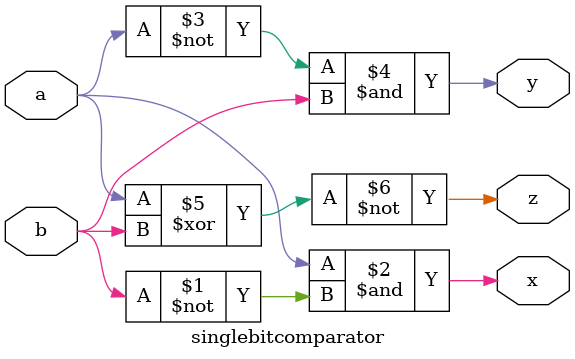
<source format=v>
module singlebitcomparator(x,y,z,a,b);
output x,y,z;
input a,b;
assign x=a&(~b);
assign y=(~a)&b;
assign z=~(a^b);
endmodule

</source>
